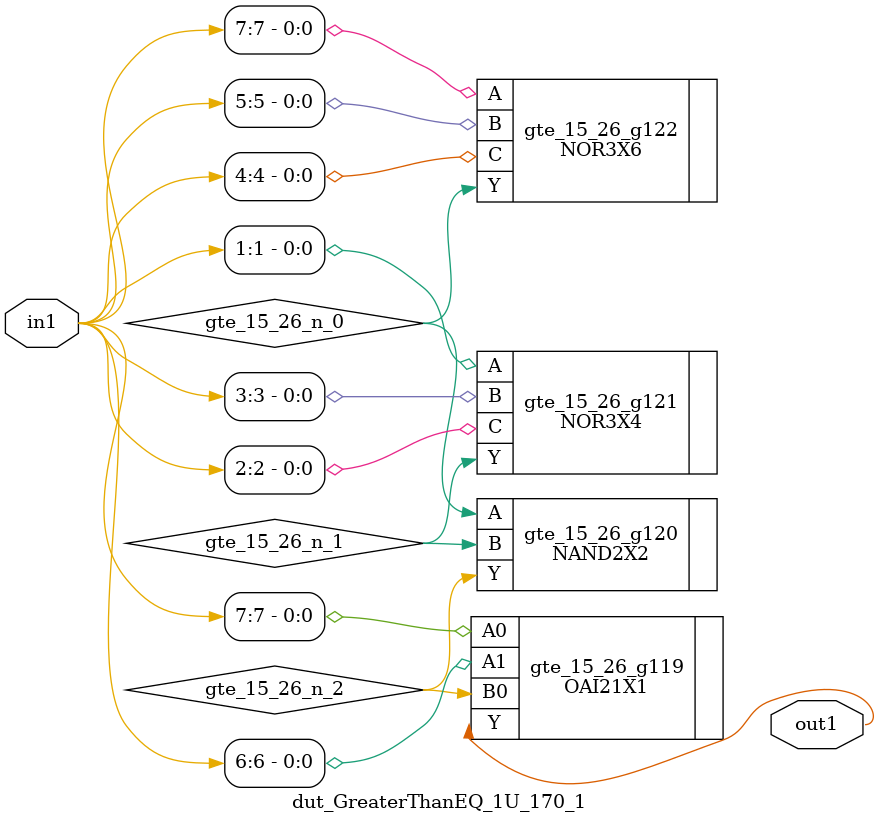
<source format=v>
`timescale 1ps / 1ps


module dut_GreaterThanEQ_1U_170_1(in1, out1);
  input [7:0] in1;
  output out1;
  wire [7:0] in1;
  wire out1;
  wire gte_15_26_n_0, gte_15_26_n_1, gte_15_26_n_2;
  OAI21X1 gte_15_26_g119(.A0 (in1[7]), .A1 (in1[6]), .B0
       (gte_15_26_n_2), .Y (out1));
  NAND2X2 gte_15_26_g120(.A (gte_15_26_n_0), .B (gte_15_26_n_1), .Y
       (gte_15_26_n_2));
  NOR3X4 gte_15_26_g121(.A (in1[1]), .B (in1[3]), .C (in1[2]), .Y
       (gte_15_26_n_1));
  NOR3X6 gte_15_26_g122(.A (in1[7]), .B (in1[5]), .C (in1[4]), .Y
       (gte_15_26_n_0));
endmodule



</source>
